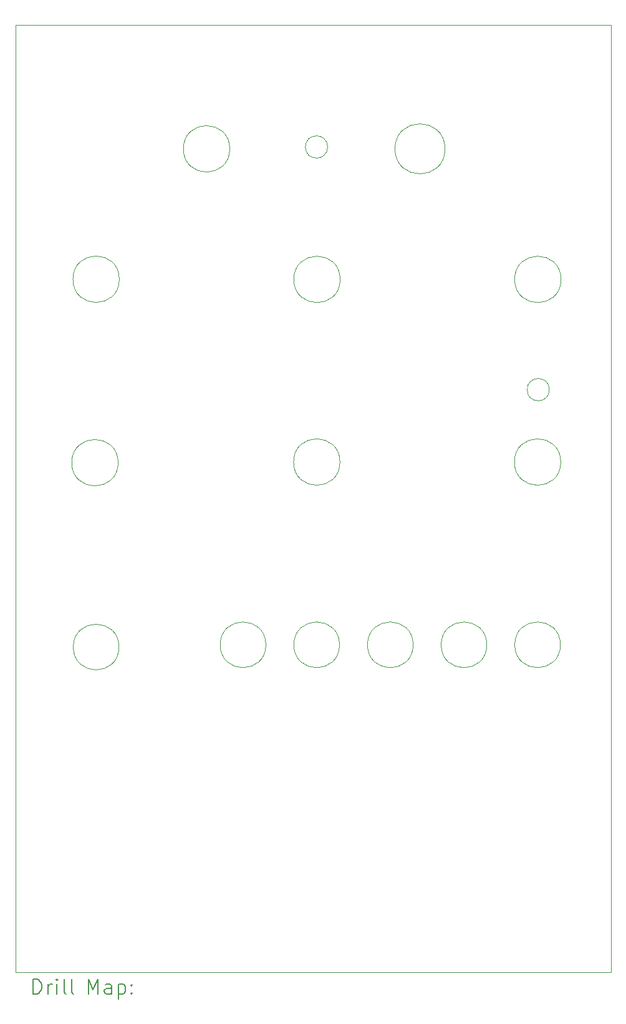
<source format=gbr>
%TF.GenerationSoftware,KiCad,Pcbnew,6.99.0-unknown-0ee7f8e2bd~162~ubuntu22.10.1*%
%TF.CreationDate,2022-11-30T23:28:28+01:00*%
%TF.ProjectId,frontpanel,66726f6e-7470-4616-9e65-6c2e6b696361,rev?*%
%TF.SameCoordinates,Original*%
%TF.FileFunction,Drillmap*%
%TF.FilePolarity,Positive*%
%FSLAX45Y45*%
G04 Gerber Fmt 4.5, Leading zero omitted, Abs format (unit mm)*
G04 Created by KiCad (PCBNEW 6.99.0-unknown-0ee7f8e2bd~162~ubuntu22.10.1) date 2022-11-30 23:28:28*
%MOMM*%
%LPD*%
G01*
G04 APERTURE LIST*
%ADD10C,0.100000*%
%ADD11C,0.200000*%
G04 APERTURE END LIST*
D10*
X6934200Y-3683000D02*
X15024200Y-3683000D01*
X15024200Y-3683000D02*
X15024200Y-16535400D01*
X15024200Y-16535400D02*
X6934200Y-16535400D01*
X6934200Y-16535400D02*
X6934200Y-3683000D01*
X9847056Y-5367000D02*
G75*
G03*
X9847056Y-5367000I-315000J0D01*
G01*
X8331000Y-9625600D02*
G75*
G03*
X8331000Y-9625600I-315000J0D01*
G01*
X12769624Y-5367000D02*
G75*
G03*
X12769624Y-5367000I-340000J0D01*
G01*
X10337000Y-12096600D02*
G75*
G03*
X10337000Y-12096600I-310000J0D01*
G01*
X8347000Y-7136600D02*
G75*
G03*
X8347000Y-7136600I-315000J0D01*
G01*
X11343000Y-9616600D02*
G75*
G03*
X11343000Y-9616600I-315000J0D01*
G01*
X14345000Y-7138600D02*
G75*
G03*
X14345000Y-7138600I-315000J0D01*
G01*
X14336600Y-12096600D02*
G75*
G03*
X14336600Y-12096600I-310000J0D01*
G01*
X13337000Y-12096600D02*
G75*
G03*
X13337000Y-12096600I-310000J0D01*
G01*
X11346000Y-7138600D02*
G75*
G03*
X11346000Y-7138600I-315000J0D01*
G01*
X11337000Y-12096600D02*
G75*
G03*
X11337000Y-12096600I-310000J0D01*
G01*
X12337000Y-12096600D02*
G75*
G03*
X12337000Y-12096600I-310000J0D01*
G01*
X14186600Y-8634600D02*
G75*
G03*
X14186600Y-8634600I-151000J0D01*
G01*
X14342000Y-9616600D02*
G75*
G03*
X14342000Y-9616600I-315000J0D01*
G01*
X8342000Y-12126600D02*
G75*
G03*
X8342000Y-12126600I-310000J0D01*
G01*
X11175600Y-5341600D02*
G75*
G03*
X11175600Y-5341600I-151000J0D01*
G01*
D11*
X7176819Y-16833876D02*
X7176819Y-16633876D01*
X7176819Y-16633876D02*
X7224438Y-16633876D01*
X7224438Y-16633876D02*
X7253009Y-16643400D01*
X7253009Y-16643400D02*
X7272057Y-16662448D01*
X7272057Y-16662448D02*
X7281581Y-16681495D01*
X7281581Y-16681495D02*
X7291105Y-16719590D01*
X7291105Y-16719590D02*
X7291105Y-16748162D01*
X7291105Y-16748162D02*
X7281581Y-16786257D01*
X7281581Y-16786257D02*
X7272057Y-16805305D01*
X7272057Y-16805305D02*
X7253009Y-16824352D01*
X7253009Y-16824352D02*
X7224438Y-16833876D01*
X7224438Y-16833876D02*
X7176819Y-16833876D01*
X7376819Y-16833876D02*
X7376819Y-16700543D01*
X7376819Y-16738638D02*
X7386343Y-16719590D01*
X7386343Y-16719590D02*
X7395867Y-16710067D01*
X7395867Y-16710067D02*
X7414914Y-16700543D01*
X7414914Y-16700543D02*
X7433962Y-16700543D01*
X7500628Y-16833876D02*
X7500628Y-16700543D01*
X7500628Y-16633876D02*
X7491105Y-16643400D01*
X7491105Y-16643400D02*
X7500628Y-16652924D01*
X7500628Y-16652924D02*
X7510152Y-16643400D01*
X7510152Y-16643400D02*
X7500628Y-16633876D01*
X7500628Y-16633876D02*
X7500628Y-16652924D01*
X7624438Y-16833876D02*
X7605390Y-16824352D01*
X7605390Y-16824352D02*
X7595867Y-16805305D01*
X7595867Y-16805305D02*
X7595867Y-16633876D01*
X7729200Y-16833876D02*
X7710152Y-16824352D01*
X7710152Y-16824352D02*
X7700628Y-16805305D01*
X7700628Y-16805305D02*
X7700628Y-16633876D01*
X7925390Y-16833876D02*
X7925390Y-16633876D01*
X7925390Y-16633876D02*
X7992057Y-16776733D01*
X7992057Y-16776733D02*
X8058724Y-16633876D01*
X8058724Y-16633876D02*
X8058724Y-16833876D01*
X8239676Y-16833876D02*
X8239676Y-16729114D01*
X8239676Y-16729114D02*
X8230152Y-16710067D01*
X8230152Y-16710067D02*
X8211105Y-16700543D01*
X8211105Y-16700543D02*
X8173009Y-16700543D01*
X8173009Y-16700543D02*
X8153962Y-16710067D01*
X8239676Y-16824352D02*
X8220628Y-16833876D01*
X8220628Y-16833876D02*
X8173009Y-16833876D01*
X8173009Y-16833876D02*
X8153962Y-16824352D01*
X8153962Y-16824352D02*
X8144438Y-16805305D01*
X8144438Y-16805305D02*
X8144438Y-16786257D01*
X8144438Y-16786257D02*
X8153962Y-16767209D01*
X8153962Y-16767209D02*
X8173009Y-16757686D01*
X8173009Y-16757686D02*
X8220628Y-16757686D01*
X8220628Y-16757686D02*
X8239676Y-16748162D01*
X8334914Y-16700543D02*
X8334914Y-16900543D01*
X8334914Y-16710067D02*
X8353962Y-16700543D01*
X8353962Y-16700543D02*
X8392057Y-16700543D01*
X8392057Y-16700543D02*
X8411105Y-16710067D01*
X8411105Y-16710067D02*
X8420629Y-16719590D01*
X8420629Y-16719590D02*
X8430152Y-16738638D01*
X8430152Y-16738638D02*
X8430152Y-16795781D01*
X8430152Y-16795781D02*
X8420629Y-16814829D01*
X8420629Y-16814829D02*
X8411105Y-16824352D01*
X8411105Y-16824352D02*
X8392057Y-16833876D01*
X8392057Y-16833876D02*
X8353962Y-16833876D01*
X8353962Y-16833876D02*
X8334914Y-16824352D01*
X8515867Y-16814829D02*
X8525390Y-16824352D01*
X8525390Y-16824352D02*
X8515867Y-16833876D01*
X8515867Y-16833876D02*
X8506343Y-16824352D01*
X8506343Y-16824352D02*
X8515867Y-16814829D01*
X8515867Y-16814829D02*
X8515867Y-16833876D01*
X8515867Y-16710067D02*
X8525390Y-16719590D01*
X8525390Y-16719590D02*
X8515867Y-16729114D01*
X8515867Y-16729114D02*
X8506343Y-16719590D01*
X8506343Y-16719590D02*
X8515867Y-16710067D01*
X8515867Y-16710067D02*
X8515867Y-16729114D01*
M02*

</source>
